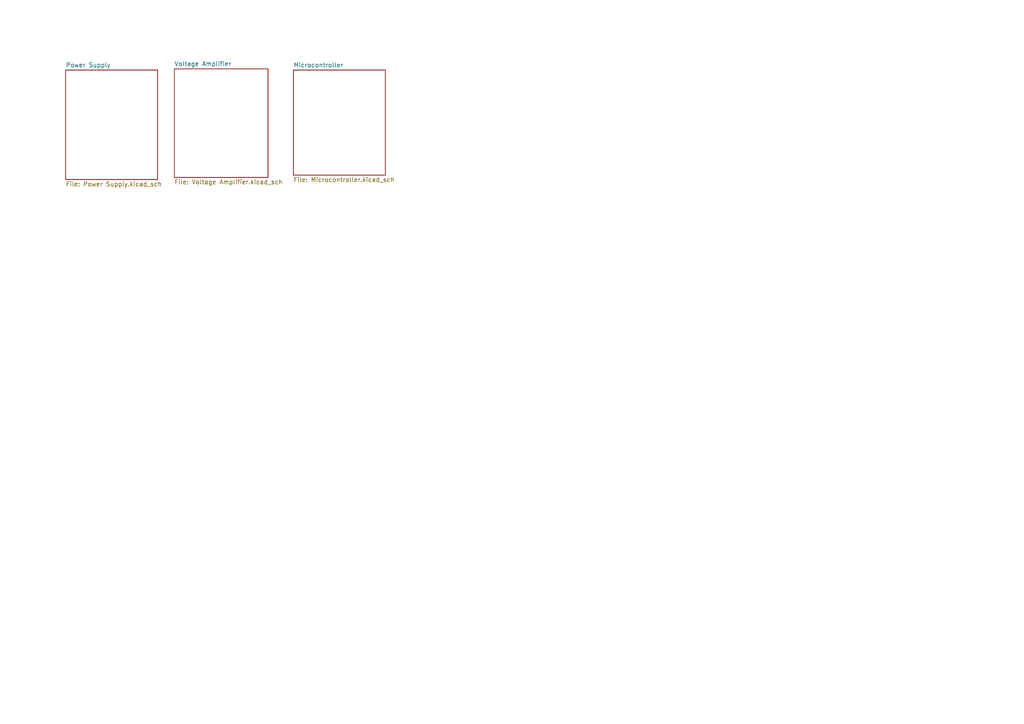
<source format=kicad_sch>
(kicad_sch (version 20211123) (generator eeschema)
  (paper "A4")
  (lib_symbols)
  (sheet (at 50.546 19.9644) (size 27.178 31.496) (stroke (width 0.1524))
    (property "Sheet name" "Voltage Amplifier" (at 50.546 19.2528 0) (effects (justify left bottom)))
    (property "Sheet file" "Voltage Amplifier.kicad_sch" (at 50.546 52.045 0) (effects (justify left top)))
  )
  (sheet (at 19.05 20.32) (size 26.67 31.75) (stroke (width 0.1524))
    (property "Sheet name" "Power Supply" (at 19.05 19.6084 0) (effects (justify left bottom)))
    (property "Sheet file" "Power Supply.kicad_sch" (at 19.05 52.6546 0) (effects (justify left top)))
  )
  (sheet (at 85.09 20.32) (size 26.67 30.48) (stroke (width 0.1524))
    (property "Sheet name" "Microcontroller" (at 85.09 19.6084 0) (effects (justify left bottom)))
    (property "Sheet file" "Microcontroller.kicad_sch" (at 85.09 51.3846 0) (effects (justify left top)))
  )
)
</source>
